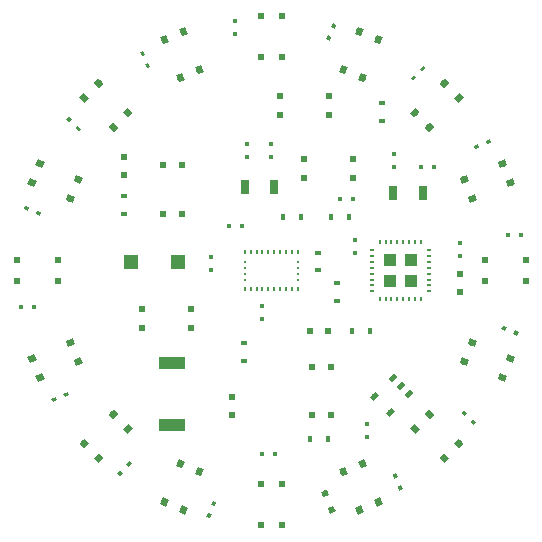
<source format=gtp>
G04 #@! TF.FileFunction,Paste,Top*
%FSLAX46Y46*%
G04 Gerber Fmt 4.6, Leading zero omitted, Abs format (unit mm)*
G04 Created by KiCad (PCBNEW 201611251247+7376~55~ubuntu16.10.1-product) date Fri Nov 25 19:13:33 2016*
%MOMM*%
%LPD*%
G01*
G04 APERTURE LIST*
%ADD10C,0.100000*%
%ADD11C,0.316500*%
%ADD12C,0.538050*%
%ADD13R,0.633000X0.538050*%
%ADD14R,0.504856X0.504856*%
%ADD15R,0.569700X0.633000*%
%ADD16R,1.035000X1.035000*%
%ADD17R,0.443100X0.158250*%
%ADD18R,0.158250X0.443100*%
%ADD19R,2.215500X1.076100*%
%ADD20R,0.379800X0.316500*%
%ADD21R,0.538050X0.633000*%
%ADD22R,0.316500X0.379800*%
%ADD23R,0.237374X0.158250*%
%ADD24R,0.158250X0.300674*%
%ADD25R,0.316500X0.569700*%
%ADD26R,0.569700X0.316500*%
%ADD27C,0.411450*%
%ADD28R,0.696300X1.202700*%
%ADD29R,0.474750X0.506400*%
%ADD30R,0.633000X0.569700*%
%ADD31C,0.504856*%
%ADD32R,1.266000X1.266000*%
G04 APERTURE END LIST*
D10*
D11*
X54944910Y-61822147D03*
D10*
G36*
X54726034Y-61707262D02*
X55018442Y-61586143D01*
X55163786Y-61937032D01*
X54871378Y-62058151D01*
X54726034Y-61707262D01*
X54726034Y-61707262D01*
G37*
D11*
X55365862Y-62838415D03*
D10*
G36*
X55146986Y-62723530D02*
X55439394Y-62602411D01*
X55584738Y-62953300D01*
X55292330Y-63074419D01*
X55146986Y-62723530D01*
X55146986Y-62723530D01*
G37*
D11*
X27077853Y-54944910D03*
D10*
G36*
X27192738Y-54726034D02*
X27313857Y-55018442D01*
X26962968Y-55163786D01*
X26841849Y-54871378D01*
X27192738Y-54726034D01*
X27192738Y-54726034D01*
G37*
D11*
X26061585Y-55365862D03*
D10*
G36*
X26176470Y-55146986D02*
X26297589Y-55439394D01*
X25946700Y-55584738D01*
X25825581Y-55292330D01*
X26176470Y-55146986D01*
X26176470Y-55146986D01*
G37*
D12*
X64035842Y-53509815D03*
D10*
G36*
X64431201Y-53382388D02*
X64225298Y-53879481D01*
X63640483Y-53637242D01*
X63846386Y-53140149D01*
X64431201Y-53382388D01*
X64431201Y-53382388D01*
G37*
D12*
X64705538Y-51893025D03*
D10*
G36*
X65100897Y-51765598D02*
X64894994Y-52262691D01*
X64310179Y-52020452D01*
X64516082Y-51523359D01*
X65100897Y-51765598D01*
X65100897Y-51765598D01*
G37*
D12*
X60802264Y-52170423D03*
D10*
G36*
X61197623Y-52042996D02*
X60991720Y-52540089D01*
X60406905Y-52297850D01*
X60612808Y-51800757D01*
X61197623Y-52042996D01*
X61197623Y-52042996D01*
G37*
D12*
X61471960Y-50553633D03*
D10*
G36*
X61867319Y-50426206D02*
X61661416Y-50923299D01*
X61076601Y-50681060D01*
X61282504Y-50183967D01*
X61867319Y-50426206D01*
X61867319Y-50426206D01*
G37*
D13*
X22888000Y-43575000D03*
X22888000Y-45325000D03*
X26388000Y-43575000D03*
X26388000Y-45325000D03*
D12*
X29822082Y-28584645D03*
D10*
G36*
X29408053Y-28551075D02*
X29788512Y-28170616D01*
X30236111Y-28618215D01*
X29855652Y-28998674D01*
X29408053Y-28551075D01*
X29408053Y-28551075D01*
G37*
D12*
X28584645Y-29822082D03*
D10*
G36*
X28170616Y-29788512D02*
X28551075Y-29408053D01*
X28998674Y-29855652D01*
X28618215Y-30236111D01*
X28170616Y-29788512D01*
X28170616Y-29788512D01*
G37*
D12*
X32296955Y-31059518D03*
D10*
G36*
X31882926Y-31025948D02*
X32263385Y-30645489D01*
X32710984Y-31093088D01*
X32330525Y-31473547D01*
X31882926Y-31025948D01*
X31882926Y-31025948D01*
G37*
D12*
X31059518Y-32296955D03*
D10*
G36*
X30645489Y-32263385D02*
X31025948Y-31882926D01*
X31473547Y-32330525D01*
X31093088Y-32710984D01*
X30645489Y-32263385D01*
X30645489Y-32263385D01*
G37*
D12*
X60315355Y-29822082D03*
D10*
G36*
X60348925Y-29408053D02*
X60729384Y-29788512D01*
X60281785Y-30236111D01*
X59901326Y-29855652D01*
X60348925Y-29408053D01*
X60348925Y-29408053D01*
G37*
D12*
X59077918Y-28584645D03*
D10*
G36*
X59111488Y-28170616D02*
X59491947Y-28551075D01*
X59044348Y-28998674D01*
X58663889Y-28618215D01*
X59111488Y-28170616D01*
X59111488Y-28170616D01*
G37*
D12*
X57840482Y-32296955D03*
D10*
G36*
X57874052Y-31882926D02*
X58254511Y-32263385D01*
X57806912Y-32710984D01*
X57426453Y-32330525D01*
X57874052Y-31882926D01*
X57874052Y-31882926D01*
G37*
D12*
X56603045Y-31059518D03*
D10*
G36*
X56636615Y-30645489D02*
X57017074Y-31025948D01*
X56569475Y-31473547D01*
X56189016Y-31093088D01*
X56636615Y-30645489D01*
X56636615Y-30645489D01*
G37*
D12*
X53509815Y-24864158D03*
D10*
G36*
X53382388Y-24468799D02*
X53879481Y-24674702D01*
X53637242Y-25259517D01*
X53140149Y-25053614D01*
X53382388Y-24468799D01*
X53382388Y-24468799D01*
G37*
D12*
X51893025Y-24194462D03*
D10*
G36*
X51765598Y-23799103D02*
X52262691Y-24005006D01*
X52020452Y-24589821D01*
X51523359Y-24383918D01*
X51765598Y-23799103D01*
X51765598Y-23799103D01*
G37*
D12*
X52170423Y-28097736D03*
D10*
G36*
X52042996Y-27702377D02*
X52540089Y-27908280D01*
X52297850Y-28493095D01*
X51800757Y-28287192D01*
X52042996Y-27702377D01*
X52042996Y-27702377D01*
G37*
D12*
X50553633Y-27428040D03*
D10*
G36*
X50426206Y-27032681D02*
X50923299Y-27238584D01*
X50681060Y-27823399D01*
X50183967Y-27617496D01*
X50426206Y-27032681D01*
X50426206Y-27032681D01*
G37*
D14*
X32004000Y-34810700D03*
X32004000Y-36309300D03*
D15*
X47226000Y-36614000D03*
X51326000Y-36614000D03*
X51326000Y-35014000D03*
X47226000Y-35014000D03*
D16*
X56234500Y-43587500D03*
X54509500Y-43587500D03*
X56234500Y-45312500D03*
X54509500Y-45312500D03*
D17*
X57772000Y-42700000D03*
X57772000Y-43200000D03*
X57772000Y-43700000D03*
X57772000Y-44200000D03*
X57772000Y-44700000D03*
X57772000Y-45200000D03*
X57772000Y-45700000D03*
X57772000Y-46200000D03*
D18*
X57122000Y-46850000D03*
X56622000Y-46850000D03*
X56122000Y-46850000D03*
X55622000Y-46850000D03*
X55122000Y-46850000D03*
X54622000Y-46850000D03*
X54122000Y-46850000D03*
X53622000Y-46850000D03*
D17*
X52972000Y-46200000D03*
X52972000Y-45700000D03*
X52972000Y-45200000D03*
X52972000Y-44700000D03*
X52972000Y-44200000D03*
X52972000Y-43700000D03*
X52972000Y-43200000D03*
X52972000Y-42700000D03*
D18*
X53622000Y-42050000D03*
X54122000Y-42050000D03*
X54622000Y-42050000D03*
X55122000Y-42050000D03*
X55622000Y-42050000D03*
X56122000Y-42050000D03*
X56622000Y-42050000D03*
X57122000Y-42050000D03*
D19*
X36068000Y-57479000D03*
X36068000Y-52249000D03*
D11*
X49733893Y-23728746D03*
D10*
G36*
X49807425Y-23964750D02*
X49515017Y-23843631D01*
X49660361Y-23492742D01*
X49952769Y-23613861D01*
X49807425Y-23964750D01*
X49807425Y-23964750D01*
G37*
D11*
X49312941Y-24745014D03*
D10*
G36*
X49386473Y-24981018D02*
X49094065Y-24859899D01*
X49239409Y-24509010D01*
X49531817Y-24630129D01*
X49386473Y-24981018D01*
X49386473Y-24981018D01*
G37*
D11*
X57261361Y-27328116D03*
D10*
G36*
X57238981Y-27574295D02*
X57015182Y-27350496D01*
X57283741Y-27081937D01*
X57507540Y-27305736D01*
X57238981Y-27574295D01*
X57238981Y-27574295D01*
G37*
D11*
X56483543Y-28105934D03*
D10*
G36*
X56461163Y-28352113D02*
X56237364Y-28128314D01*
X56505923Y-27859755D01*
X56729722Y-28083554D01*
X56461163Y-28352113D01*
X56461163Y-28352113D01*
G37*
D11*
X62838415Y-33534138D03*
D10*
G36*
X62723530Y-33753014D02*
X62602411Y-33460606D01*
X62953300Y-33315262D01*
X63074419Y-33607670D01*
X62723530Y-33753014D01*
X62723530Y-33753014D01*
G37*
D11*
X61822147Y-33955090D03*
D10*
G36*
X61707262Y-34173966D02*
X61586143Y-33881558D01*
X61937032Y-33736214D01*
X62058151Y-34028622D01*
X61707262Y-34173966D01*
X61707262Y-34173966D01*
G37*
D20*
X65616000Y-41402000D03*
X64516000Y-41402000D03*
D11*
X65171254Y-49733893D03*
D10*
G36*
X64935250Y-49807425D02*
X65056369Y-49515017D01*
X65407258Y-49660361D01*
X65286139Y-49952769D01*
X64935250Y-49807425D01*
X64935250Y-49807425D01*
G37*
D11*
X64154986Y-49312941D03*
D10*
G36*
X63918982Y-49386473D02*
X64040101Y-49094065D01*
X64390990Y-49239409D01*
X64269871Y-49531817D01*
X63918982Y-49386473D01*
X63918982Y-49386473D01*
G37*
D11*
X61571884Y-57261361D03*
D10*
G36*
X61325705Y-57238981D02*
X61549504Y-57015182D01*
X61818063Y-57283741D01*
X61594264Y-57507540D01*
X61325705Y-57238981D01*
X61325705Y-57238981D01*
G37*
D11*
X60794066Y-56483543D03*
D10*
G36*
X60547887Y-56461163D02*
X60771686Y-56237364D01*
X61040245Y-56505923D01*
X60816446Y-56729722D01*
X60547887Y-56461163D01*
X60547887Y-56461163D01*
G37*
D11*
X39166107Y-65171254D03*
D10*
G36*
X39092575Y-64935250D02*
X39384983Y-65056369D01*
X39239639Y-65407258D01*
X38947231Y-65286139D01*
X39092575Y-64935250D01*
X39092575Y-64935250D01*
G37*
D11*
X39587059Y-64154986D03*
D10*
G36*
X39513527Y-63918982D02*
X39805935Y-64040101D01*
X39660591Y-64390990D01*
X39368183Y-64269871D01*
X39513527Y-63918982D01*
X39513527Y-63918982D01*
G37*
D11*
X31638639Y-61571884D03*
D10*
G36*
X31661019Y-61325705D02*
X31884818Y-61549504D01*
X31616259Y-61818063D01*
X31392460Y-61594264D01*
X31661019Y-61325705D01*
X31661019Y-61325705D01*
G37*
D11*
X32416457Y-60794066D03*
D10*
G36*
X32438837Y-60547887D02*
X32662636Y-60771686D01*
X32394077Y-61040245D01*
X32170278Y-60816446D01*
X32438837Y-60547887D01*
X32438837Y-60547887D01*
G37*
D20*
X23284000Y-47498000D03*
X24384000Y-47498000D03*
D11*
X23728746Y-39166107D03*
D10*
G36*
X23964750Y-39092575D02*
X23843631Y-39384983D01*
X23492742Y-39239639D01*
X23613861Y-38947231D01*
X23964750Y-39092575D01*
X23964750Y-39092575D01*
G37*
D11*
X24745014Y-39587059D03*
D10*
G36*
X24981018Y-39513527D02*
X24859899Y-39805935D01*
X24509010Y-39660591D01*
X24630129Y-39368183D01*
X24981018Y-39513527D01*
X24981018Y-39513527D01*
G37*
D11*
X27328116Y-31638639D03*
D10*
G36*
X27574295Y-31661019D02*
X27350496Y-31884818D01*
X27081937Y-31616259D01*
X27305736Y-31392460D01*
X27574295Y-31661019D01*
X27574295Y-31661019D01*
G37*
D11*
X28105934Y-32416457D03*
D10*
G36*
X28352113Y-32438837D02*
X28128314Y-32662636D01*
X27859755Y-32394077D01*
X28083554Y-32170278D01*
X28352113Y-32438837D01*
X28352113Y-32438837D01*
G37*
D11*
X33534138Y-26061585D03*
D10*
G36*
X33753014Y-26176470D02*
X33460606Y-26297589D01*
X33315262Y-25946700D01*
X33607670Y-25825581D01*
X33753014Y-26176470D01*
X33753014Y-26176470D01*
G37*
D11*
X33955090Y-27077853D03*
D10*
G36*
X34173966Y-27192738D02*
X33881558Y-27313857D01*
X33736214Y-26962968D01*
X34028622Y-26841849D01*
X34173966Y-27192738D01*
X34173966Y-27192738D01*
G37*
D12*
X28584645Y-59077918D03*
D10*
G36*
X28551075Y-59491947D02*
X28170616Y-59111488D01*
X28618215Y-58663889D01*
X28998674Y-59044348D01*
X28551075Y-59491947D01*
X28551075Y-59491947D01*
G37*
D12*
X29822082Y-60315355D03*
D10*
G36*
X29788512Y-60729384D02*
X29408053Y-60348925D01*
X29855652Y-59901326D01*
X30236111Y-60281785D01*
X29788512Y-60729384D01*
X29788512Y-60729384D01*
G37*
D12*
X31059518Y-56603045D03*
D10*
G36*
X31025948Y-57017074D02*
X30645489Y-56636615D01*
X31093088Y-56189016D01*
X31473547Y-56569475D01*
X31025948Y-57017074D01*
X31025948Y-57017074D01*
G37*
D12*
X32296955Y-57840482D03*
D10*
G36*
X32263385Y-58254511D02*
X31882926Y-57874052D01*
X32330525Y-57426453D01*
X32710984Y-57806912D01*
X32263385Y-58254511D01*
X32263385Y-58254511D01*
G37*
D12*
X35390185Y-64035842D03*
D10*
G36*
X35517612Y-64431201D02*
X35020519Y-64225298D01*
X35262758Y-63640483D01*
X35759851Y-63846386D01*
X35517612Y-64431201D01*
X35517612Y-64431201D01*
G37*
D12*
X37006975Y-64705538D03*
D10*
G36*
X37134402Y-65100897D02*
X36637309Y-64894994D01*
X36879548Y-64310179D01*
X37376641Y-64516082D01*
X37134402Y-65100897D01*
X37134402Y-65100897D01*
G37*
D12*
X36729577Y-60802264D03*
D10*
G36*
X36857004Y-61197623D02*
X36359911Y-60991720D01*
X36602150Y-60406905D01*
X37099243Y-60612808D01*
X36857004Y-61197623D01*
X36857004Y-61197623D01*
G37*
D12*
X38346367Y-61471960D03*
D10*
G36*
X38473794Y-61867319D02*
X37976701Y-61661416D01*
X38218940Y-61076601D01*
X38716033Y-61282504D01*
X38473794Y-61867319D01*
X38473794Y-61867319D01*
G37*
D21*
X45325000Y-22888000D03*
X43575000Y-22888000D03*
X45325000Y-26388000D03*
X43575000Y-26388000D03*
D22*
X41402000Y-23284000D03*
X41402000Y-24384000D03*
D12*
X24194462Y-51893025D03*
D10*
G36*
X24005006Y-52262691D02*
X23799103Y-51765598D01*
X24383918Y-51523359D01*
X24589821Y-52020452D01*
X24005006Y-52262691D01*
X24005006Y-52262691D01*
G37*
D12*
X24864158Y-53509815D03*
D10*
G36*
X24674702Y-53879481D02*
X24468799Y-53382388D01*
X25053614Y-53140149D01*
X25259517Y-53637242D01*
X24674702Y-53879481D01*
X24674702Y-53879481D01*
G37*
D12*
X27428040Y-50553633D03*
D10*
G36*
X27238584Y-50923299D02*
X27032681Y-50426206D01*
X27617496Y-50183967D01*
X27823399Y-50681060D01*
X27238584Y-50923299D01*
X27238584Y-50923299D01*
G37*
D12*
X28097736Y-52170423D03*
D10*
G36*
X27908280Y-52540089D02*
X27702377Y-52042996D01*
X28287192Y-51800757D01*
X28493095Y-52297850D01*
X27908280Y-52540089D01*
X27908280Y-52540089D01*
G37*
D12*
X24864158Y-35390185D03*
D10*
G36*
X24468799Y-35517612D02*
X24674702Y-35020519D01*
X25259517Y-35262758D01*
X25053614Y-35759851D01*
X24468799Y-35517612D01*
X24468799Y-35517612D01*
G37*
D12*
X24194462Y-37006975D03*
D10*
G36*
X23799103Y-37134402D02*
X24005006Y-36637309D01*
X24589821Y-36879548D01*
X24383918Y-37376641D01*
X23799103Y-37134402D01*
X23799103Y-37134402D01*
G37*
D12*
X28097736Y-36729577D03*
D10*
G36*
X27702377Y-36857004D02*
X27908280Y-36359911D01*
X28493095Y-36602150D01*
X28287192Y-37099243D01*
X27702377Y-36857004D01*
X27702377Y-36857004D01*
G37*
D12*
X27428040Y-38346367D03*
D10*
G36*
X27032681Y-38473794D02*
X27238584Y-37976701D01*
X27823399Y-38218940D01*
X27617496Y-38716033D01*
X27032681Y-38473794D01*
X27032681Y-38473794D01*
G37*
D12*
X37006975Y-24194462D03*
D10*
G36*
X36637309Y-24005006D02*
X37134402Y-23799103D01*
X37376641Y-24383918D01*
X36879548Y-24589821D01*
X36637309Y-24005006D01*
X36637309Y-24005006D01*
G37*
D12*
X35390185Y-24864158D03*
D10*
G36*
X35020519Y-24674702D02*
X35517612Y-24468799D01*
X35759851Y-25053614D01*
X35262758Y-25259517D01*
X35020519Y-24674702D01*
X35020519Y-24674702D01*
G37*
D12*
X38346367Y-27428040D03*
D10*
G36*
X37976701Y-27238584D02*
X38473794Y-27032681D01*
X38716033Y-27617496D01*
X38218940Y-27823399D01*
X37976701Y-27238584D01*
X37976701Y-27238584D01*
G37*
D12*
X36729577Y-28097736D03*
D10*
G36*
X36359911Y-27908280D02*
X36857004Y-27702377D01*
X37099243Y-28287192D01*
X36602150Y-28493095D01*
X36359911Y-27908280D01*
X36359911Y-27908280D01*
G37*
D12*
X64705538Y-37006975D03*
D10*
G36*
X64894994Y-36637309D02*
X65100897Y-37134402D01*
X64516082Y-37376641D01*
X64310179Y-36879548D01*
X64894994Y-36637309D01*
X64894994Y-36637309D01*
G37*
D12*
X64035842Y-35390185D03*
D10*
G36*
X64225298Y-35020519D02*
X64431201Y-35517612D01*
X63846386Y-35759851D01*
X63640483Y-35262758D01*
X64225298Y-35020519D01*
X64225298Y-35020519D01*
G37*
D12*
X61471960Y-38346367D03*
D10*
G36*
X61661416Y-37976701D02*
X61867319Y-38473794D01*
X61282504Y-38716033D01*
X61076601Y-38218940D01*
X61661416Y-37976701D01*
X61661416Y-37976701D01*
G37*
D12*
X60802264Y-36729577D03*
D10*
G36*
X60991720Y-36359911D02*
X61197623Y-36857004D01*
X60612808Y-37099243D01*
X60406905Y-36602150D01*
X60991720Y-36359911D01*
X60991720Y-36359911D01*
G37*
D13*
X66012000Y-45325000D03*
X66012000Y-43575000D03*
X62512000Y-45325000D03*
X62512000Y-43575000D03*
D12*
X59077918Y-60315355D03*
D10*
G36*
X59491947Y-60348925D02*
X59111488Y-60729384D01*
X58663889Y-60281785D01*
X59044348Y-59901326D01*
X59491947Y-60348925D01*
X59491947Y-60348925D01*
G37*
D12*
X60315355Y-59077918D03*
D10*
G36*
X60729384Y-59111488D02*
X60348925Y-59491947D01*
X59901326Y-59044348D01*
X60281785Y-58663889D01*
X60729384Y-59111488D01*
X60729384Y-59111488D01*
G37*
D12*
X56603045Y-57840482D03*
D10*
G36*
X57017074Y-57874052D02*
X56636615Y-58254511D01*
X56189016Y-57806912D01*
X56569475Y-57426453D01*
X57017074Y-57874052D01*
X57017074Y-57874052D01*
G37*
D12*
X57840482Y-56603045D03*
D10*
G36*
X58254511Y-56636615D02*
X57874052Y-57017074D01*
X57426453Y-56569475D01*
X57806912Y-56189016D01*
X58254511Y-56636615D01*
X58254511Y-56636615D01*
G37*
D12*
X51893025Y-64705538D03*
D10*
G36*
X52262691Y-64894994D02*
X51765598Y-65100897D01*
X51523359Y-64516082D01*
X52020452Y-64310179D01*
X52262691Y-64894994D01*
X52262691Y-64894994D01*
G37*
D12*
X53509815Y-64035842D03*
D10*
G36*
X53879481Y-64225298D02*
X53382388Y-64431201D01*
X53140149Y-63846386D01*
X53637242Y-63640483D01*
X53879481Y-64225298D01*
X53879481Y-64225298D01*
G37*
D12*
X50553633Y-61471960D03*
D10*
G36*
X50923299Y-61661416D02*
X50426206Y-61867319D01*
X50183967Y-61282504D01*
X50681060Y-61076601D01*
X50923299Y-61661416D01*
X50923299Y-61661416D01*
G37*
D12*
X52170423Y-60802264D03*
D10*
G36*
X52540089Y-60991720D02*
X52042996Y-61197623D01*
X51800757Y-60612808D01*
X52297850Y-60406905D01*
X52540089Y-60991720D01*
X52540089Y-60991720D01*
G37*
D20*
X44746000Y-59944000D03*
X43646000Y-59944000D03*
D21*
X43575000Y-66012000D03*
X45325000Y-66012000D03*
X43575000Y-62512000D03*
X45325000Y-62512000D03*
D22*
X51562000Y-41868000D03*
X51562000Y-42968000D03*
D20*
X57108000Y-35687000D03*
X58208000Y-35687000D03*
D22*
X54864000Y-35687000D03*
X54864000Y-34587000D03*
X39370000Y-43265000D03*
X39370000Y-44365000D03*
D20*
X41952000Y-40640000D03*
X40852000Y-40640000D03*
D22*
X44450000Y-34840000D03*
X44450000Y-33740000D03*
X42418000Y-34840000D03*
X42418000Y-33740000D03*
X43700000Y-48556000D03*
X43700000Y-47456000D03*
X52578000Y-58504000D03*
X52578000Y-57404000D03*
D14*
X47764700Y-49530000D03*
X49263300Y-49530000D03*
X41148000Y-56629300D03*
X41148000Y-55130700D03*
D23*
X42200000Y-43700000D03*
X42200000Y-44200000D03*
X42200000Y-44700000D03*
D24*
X43200000Y-42887500D03*
X43700000Y-42887500D03*
X44200000Y-42887500D03*
X44700000Y-42887500D03*
X45200000Y-42887500D03*
X45700000Y-42887500D03*
X46200000Y-42887500D03*
X46700000Y-42887500D03*
D23*
X46700000Y-43700000D03*
X46700000Y-44200000D03*
X46700000Y-44700000D03*
X46700000Y-45200000D03*
D24*
X46700000Y-46012500D03*
X46200000Y-46012500D03*
X45700000Y-46012500D03*
X45200000Y-46012500D03*
X44700000Y-46012500D03*
X44200000Y-46012500D03*
X43700000Y-46012500D03*
X43200000Y-46012500D03*
X42700000Y-46012500D03*
X42200000Y-46012500D03*
D23*
X42200000Y-45200000D03*
D24*
X42700000Y-42887500D03*
X42200000Y-42887500D03*
D25*
X49264000Y-58674000D03*
X47764000Y-58674000D03*
D26*
X48387000Y-42926000D03*
X48387000Y-44426000D03*
X50038000Y-45478000D03*
X50038000Y-46978000D03*
D25*
X52820000Y-49530000D03*
X51320000Y-49530000D03*
D26*
X32004000Y-38112000D03*
X32004000Y-39612000D03*
X42164000Y-52058000D03*
X42164000Y-50558000D03*
D27*
X54517638Y-56434484D03*
D10*
G36*
X54609396Y-56051787D02*
X54900335Y-56342726D01*
X54425880Y-56817181D01*
X54134941Y-56526242D01*
X54609396Y-56051787D01*
X54609396Y-56051787D01*
G37*
D27*
X53174135Y-55090981D03*
D10*
G36*
X53265893Y-54708284D02*
X53556832Y-54999223D01*
X53082377Y-55473678D01*
X52791438Y-55182739D01*
X53265893Y-54708284D01*
X53265893Y-54708284D01*
G37*
D27*
X54729770Y-53535346D03*
D10*
G36*
X54821528Y-53152649D02*
X55112467Y-53443588D01*
X54638012Y-53918043D01*
X54347073Y-53627104D01*
X54821528Y-53152649D01*
X54821528Y-53152649D01*
G37*
D27*
X55401521Y-54207098D03*
D10*
G36*
X55493279Y-53824401D02*
X55784218Y-54115340D01*
X55309763Y-54589795D01*
X55018824Y-54298856D01*
X55493279Y-53824401D01*
X55493279Y-53824401D01*
G37*
D27*
X56073273Y-54878849D03*
D10*
G36*
X56165031Y-54496152D02*
X56455970Y-54787091D01*
X55981515Y-55261546D01*
X55690576Y-54970607D01*
X56165031Y-54496152D01*
X56165031Y-54496152D01*
G37*
D28*
X54757000Y-37846000D03*
X57257000Y-37846000D03*
X42184000Y-37338000D03*
X44684000Y-37338000D03*
D29*
X60452000Y-46216000D03*
X60452000Y-44716000D03*
D22*
X60452000Y-42122000D03*
X60452000Y-43222000D03*
D30*
X36868000Y-39642000D03*
X36868000Y-35542000D03*
X35268000Y-35542000D03*
X35268000Y-39642000D03*
D15*
X49294000Y-29642000D03*
X45194000Y-29642000D03*
X45194000Y-31242000D03*
X49294000Y-31242000D03*
X33510000Y-49314000D03*
X37610000Y-49314000D03*
X37610000Y-47714000D03*
X33510000Y-47714000D03*
D30*
X49530000Y-56678000D03*
X49530000Y-52578000D03*
X47930000Y-52578000D03*
X47930000Y-56678000D03*
D20*
X51350000Y-38354000D03*
X50250000Y-38354000D03*
D25*
X46978000Y-39878000D03*
X45478000Y-39878000D03*
X49542000Y-39878000D03*
X51042000Y-39878000D03*
D31*
X48989255Y-63315737D03*
D10*
G36*
X49319068Y-63452350D02*
X48852642Y-63645550D01*
X48659442Y-63179124D01*
X49125868Y-62985924D01*
X49319068Y-63452350D01*
X49319068Y-63452350D01*
G37*
D31*
X49562745Y-64700263D03*
D10*
G36*
X49892558Y-64836876D02*
X49426132Y-65030076D01*
X49232932Y-64563650D01*
X49699358Y-64370450D01*
X49892558Y-64836876D01*
X49892558Y-64836876D01*
G37*
D26*
X53848000Y-31750000D03*
X53848000Y-30250000D03*
D32*
X32544000Y-43688000D03*
X36544000Y-43688000D03*
M02*

</source>
